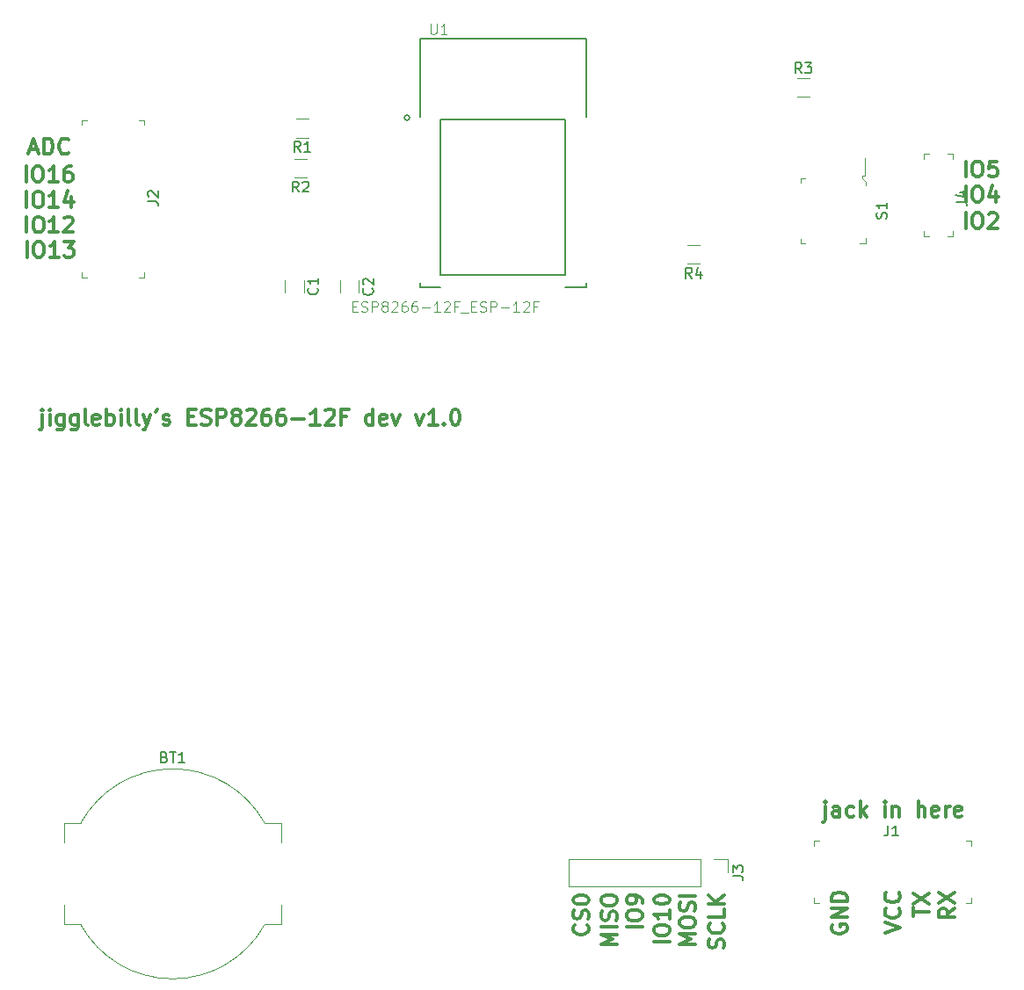
<source format=gbr>
G04 #@! TF.GenerationSoftware,KiCad,Pcbnew,(5.1.2)-1*
G04 #@! TF.CreationDate,2019-07-16T22:17:39-05:00*
G04 #@! TF.ProjectId,8266-dev,38323636-2d64-4657-962e-6b696361645f,rev?*
G04 #@! TF.SameCoordinates,Original*
G04 #@! TF.FileFunction,Legend,Top*
G04 #@! TF.FilePolarity,Positive*
%FSLAX46Y46*%
G04 Gerber Fmt 4.6, Leading zero omitted, Abs format (unit mm)*
G04 Created by KiCad (PCBNEW (5.1.2)-1) date 2019-07-16 22:17:39*
%MOMM*%
%LPD*%
G04 APERTURE LIST*
%ADD10C,0.300000*%
%ADD11C,0.120000*%
%ADD12C,0.100000*%
%ADD13C,0.127000*%
%ADD14C,0.150000*%
%ADD15C,0.050000*%
G04 APERTURE END LIST*
D10*
X-44912628Y9018388D02*
X-44912628Y7732674D01*
X-44984057Y7589817D01*
X-45126914Y7518388D01*
X-45198342Y7518388D01*
X-44912628Y9518388D02*
X-44984057Y9446960D01*
X-44912628Y9375531D01*
X-44841200Y9446960D01*
X-44912628Y9518388D01*
X-44912628Y9375531D01*
X-44198342Y8018388D02*
X-44198342Y9018388D01*
X-44198342Y9518388D02*
X-44269771Y9446960D01*
X-44198342Y9375531D01*
X-44126914Y9446960D01*
X-44198342Y9518388D01*
X-44198342Y9375531D01*
X-42841200Y9018388D02*
X-42841200Y7804102D01*
X-42912628Y7661245D01*
X-42984057Y7589817D01*
X-43126914Y7518388D01*
X-43341200Y7518388D01*
X-43484057Y7589817D01*
X-42841200Y8089817D02*
X-42984057Y8018388D01*
X-43269771Y8018388D01*
X-43412628Y8089817D01*
X-43484057Y8161245D01*
X-43555485Y8304102D01*
X-43555485Y8732674D01*
X-43484057Y8875531D01*
X-43412628Y8946960D01*
X-43269771Y9018388D01*
X-42984057Y9018388D01*
X-42841200Y8946960D01*
X-41484057Y9018388D02*
X-41484057Y7804102D01*
X-41555485Y7661245D01*
X-41626914Y7589817D01*
X-41769771Y7518388D01*
X-41984057Y7518388D01*
X-42126914Y7589817D01*
X-41484057Y8089817D02*
X-41626914Y8018388D01*
X-41912628Y8018388D01*
X-42055485Y8089817D01*
X-42126914Y8161245D01*
X-42198342Y8304102D01*
X-42198342Y8732674D01*
X-42126914Y8875531D01*
X-42055485Y8946960D01*
X-41912628Y9018388D01*
X-41626914Y9018388D01*
X-41484057Y8946960D01*
X-40555485Y8018388D02*
X-40698342Y8089817D01*
X-40769771Y8232674D01*
X-40769771Y9518388D01*
X-39412628Y8089817D02*
X-39555485Y8018388D01*
X-39841200Y8018388D01*
X-39984057Y8089817D01*
X-40055485Y8232674D01*
X-40055485Y8804102D01*
X-39984057Y8946960D01*
X-39841200Y9018388D01*
X-39555485Y9018388D01*
X-39412628Y8946960D01*
X-39341200Y8804102D01*
X-39341200Y8661245D01*
X-40055485Y8518388D01*
X-38698342Y8018388D02*
X-38698342Y9518388D01*
X-38698342Y8946960D02*
X-38555485Y9018388D01*
X-38269771Y9018388D01*
X-38126914Y8946960D01*
X-38055485Y8875531D01*
X-37984057Y8732674D01*
X-37984057Y8304102D01*
X-38055485Y8161245D01*
X-38126914Y8089817D01*
X-38269771Y8018388D01*
X-38555485Y8018388D01*
X-38698342Y8089817D01*
X-37341200Y8018388D02*
X-37341200Y9018388D01*
X-37341200Y9518388D02*
X-37412628Y9446960D01*
X-37341200Y9375531D01*
X-37269771Y9446960D01*
X-37341200Y9518388D01*
X-37341200Y9375531D01*
X-36412628Y8018388D02*
X-36555485Y8089817D01*
X-36626914Y8232674D01*
X-36626914Y9518388D01*
X-35626914Y8018388D02*
X-35769771Y8089817D01*
X-35841200Y8232674D01*
X-35841200Y9518388D01*
X-35198342Y9018388D02*
X-34841200Y8018388D01*
X-34484057Y9018388D02*
X-34841200Y8018388D01*
X-34984057Y7661245D01*
X-35055485Y7589817D01*
X-35198342Y7518388D01*
X-33841200Y9518388D02*
X-33984057Y9232674D01*
X-33269771Y8089817D02*
X-33126914Y8018388D01*
X-32841200Y8018388D01*
X-32698342Y8089817D01*
X-32626914Y8232674D01*
X-32626914Y8304102D01*
X-32698342Y8446960D01*
X-32841200Y8518388D01*
X-33055485Y8518388D01*
X-33198342Y8589817D01*
X-33269771Y8732674D01*
X-33269771Y8804102D01*
X-33198342Y8946960D01*
X-33055485Y9018388D01*
X-32841200Y9018388D01*
X-32698342Y8946960D01*
X-30841200Y8804102D02*
X-30341200Y8804102D01*
X-30126914Y8018388D02*
X-30841200Y8018388D01*
X-30841200Y9518388D01*
X-30126914Y9518388D01*
X-29555485Y8089817D02*
X-29341200Y8018388D01*
X-28984057Y8018388D01*
X-28841200Y8089817D01*
X-28769771Y8161245D01*
X-28698342Y8304102D01*
X-28698342Y8446960D01*
X-28769771Y8589817D01*
X-28841200Y8661245D01*
X-28984057Y8732674D01*
X-29269771Y8804102D01*
X-29412628Y8875531D01*
X-29484057Y8946960D01*
X-29555485Y9089817D01*
X-29555485Y9232674D01*
X-29484057Y9375531D01*
X-29412628Y9446960D01*
X-29269771Y9518388D01*
X-28912628Y9518388D01*
X-28698342Y9446960D01*
X-28055485Y8018388D02*
X-28055485Y9518388D01*
X-27484057Y9518388D01*
X-27341200Y9446960D01*
X-27269771Y9375531D01*
X-27198342Y9232674D01*
X-27198342Y9018388D01*
X-27269771Y8875531D01*
X-27341200Y8804102D01*
X-27484057Y8732674D01*
X-28055485Y8732674D01*
X-26341200Y8875531D02*
X-26484057Y8946960D01*
X-26555485Y9018388D01*
X-26626914Y9161245D01*
X-26626914Y9232674D01*
X-26555485Y9375531D01*
X-26484057Y9446960D01*
X-26341200Y9518388D01*
X-26055485Y9518388D01*
X-25912628Y9446960D01*
X-25841200Y9375531D01*
X-25769771Y9232674D01*
X-25769771Y9161245D01*
X-25841200Y9018388D01*
X-25912628Y8946960D01*
X-26055485Y8875531D01*
X-26341200Y8875531D01*
X-26484057Y8804102D01*
X-26555485Y8732674D01*
X-26626914Y8589817D01*
X-26626914Y8304102D01*
X-26555485Y8161245D01*
X-26484057Y8089817D01*
X-26341200Y8018388D01*
X-26055485Y8018388D01*
X-25912628Y8089817D01*
X-25841200Y8161245D01*
X-25769771Y8304102D01*
X-25769771Y8589817D01*
X-25841200Y8732674D01*
X-25912628Y8804102D01*
X-26055485Y8875531D01*
X-25198342Y9375531D02*
X-25126914Y9446960D01*
X-24984057Y9518388D01*
X-24626914Y9518388D01*
X-24484057Y9446960D01*
X-24412628Y9375531D01*
X-24341200Y9232674D01*
X-24341200Y9089817D01*
X-24412628Y8875531D01*
X-25269771Y8018388D01*
X-24341200Y8018388D01*
X-23055485Y9518388D02*
X-23341200Y9518388D01*
X-23484057Y9446960D01*
X-23555485Y9375531D01*
X-23698342Y9161245D01*
X-23769771Y8875531D01*
X-23769771Y8304102D01*
X-23698342Y8161245D01*
X-23626914Y8089817D01*
X-23484057Y8018388D01*
X-23198342Y8018388D01*
X-23055485Y8089817D01*
X-22984057Y8161245D01*
X-22912628Y8304102D01*
X-22912628Y8661245D01*
X-22984057Y8804102D01*
X-23055485Y8875531D01*
X-23198342Y8946960D01*
X-23484057Y8946960D01*
X-23626914Y8875531D01*
X-23698342Y8804102D01*
X-23769771Y8661245D01*
X-21626914Y9518388D02*
X-21912628Y9518388D01*
X-22055485Y9446960D01*
X-22126914Y9375531D01*
X-22269771Y9161245D01*
X-22341200Y8875531D01*
X-22341200Y8304102D01*
X-22269771Y8161245D01*
X-22198342Y8089817D01*
X-22055485Y8018388D01*
X-21769771Y8018388D01*
X-21626914Y8089817D01*
X-21555485Y8161245D01*
X-21484057Y8304102D01*
X-21484057Y8661245D01*
X-21555485Y8804102D01*
X-21626914Y8875531D01*
X-21769771Y8946960D01*
X-22055485Y8946960D01*
X-22198342Y8875531D01*
X-22269771Y8804102D01*
X-22341200Y8661245D01*
X-20841200Y8589817D02*
X-19698342Y8589817D01*
X-18198342Y8018388D02*
X-19055485Y8018388D01*
X-18626914Y8018388D02*
X-18626914Y9518388D01*
X-18769771Y9304102D01*
X-18912628Y9161245D01*
X-19055485Y9089817D01*
X-17626914Y9375531D02*
X-17555485Y9446960D01*
X-17412628Y9518388D01*
X-17055485Y9518388D01*
X-16912628Y9446960D01*
X-16841200Y9375531D01*
X-16769771Y9232674D01*
X-16769771Y9089817D01*
X-16841200Y8875531D01*
X-17698342Y8018388D01*
X-16769771Y8018388D01*
X-15626914Y8804102D02*
X-16126914Y8804102D01*
X-16126914Y8018388D02*
X-16126914Y9518388D01*
X-15412628Y9518388D01*
X-13055485Y8018388D02*
X-13055485Y9518388D01*
X-13055485Y8089817D02*
X-13198342Y8018388D01*
X-13484057Y8018388D01*
X-13626914Y8089817D01*
X-13698342Y8161245D01*
X-13769771Y8304102D01*
X-13769771Y8732674D01*
X-13698342Y8875531D01*
X-13626914Y8946960D01*
X-13484057Y9018388D01*
X-13198342Y9018388D01*
X-13055485Y8946960D01*
X-11769771Y8089817D02*
X-11912628Y8018388D01*
X-12198342Y8018388D01*
X-12341200Y8089817D01*
X-12412628Y8232674D01*
X-12412628Y8804102D01*
X-12341200Y8946960D01*
X-12198342Y9018388D01*
X-11912628Y9018388D01*
X-11769771Y8946960D01*
X-11698342Y8804102D01*
X-11698342Y8661245D01*
X-12412628Y8518388D01*
X-11198342Y9018388D02*
X-10841200Y8018388D01*
X-10484057Y9018388D01*
X-8912628Y9018388D02*
X-8555485Y8018388D01*
X-8198342Y9018388D01*
X-6841200Y8018388D02*
X-7698342Y8018388D01*
X-7269771Y8018388D02*
X-7269771Y9518388D01*
X-7412628Y9304102D01*
X-7555485Y9161245D01*
X-7698342Y9089817D01*
X-6198342Y8161245D02*
X-6126914Y8089817D01*
X-6198342Y8018388D01*
X-6269771Y8089817D01*
X-6198342Y8161245D01*
X-6198342Y8018388D01*
X-5198342Y9518388D02*
X-5055485Y9518388D01*
X-4912628Y9446960D01*
X-4841200Y9375531D01*
X-4769771Y9232674D01*
X-4698342Y8946960D01*
X-4698342Y8589817D01*
X-4769771Y8304102D01*
X-4841200Y8161245D01*
X-4912628Y8089817D01*
X-5055485Y8018388D01*
X-5198342Y8018388D01*
X-5341200Y8089817D01*
X-5412628Y8161245D01*
X-5484057Y8304102D01*
X-5555485Y8589817D01*
X-5555485Y8946960D01*
X-5484057Y9232674D01*
X-5412628Y9375531D01*
X-5341200Y9446960D01*
X-5198342Y9518388D01*
X20701082Y-42421334D02*
X20772511Y-42207048D01*
X20772511Y-41849905D01*
X20701082Y-41707048D01*
X20629654Y-41635620D01*
X20486797Y-41564191D01*
X20343940Y-41564191D01*
X20201082Y-41635620D01*
X20129654Y-41707048D01*
X20058225Y-41849905D01*
X19986797Y-42135620D01*
X19915368Y-42278477D01*
X19843940Y-42349905D01*
X19701082Y-42421334D01*
X19558225Y-42421334D01*
X19415368Y-42349905D01*
X19343940Y-42278477D01*
X19272511Y-42135620D01*
X19272511Y-41778477D01*
X19343940Y-41564191D01*
X20629654Y-40064191D02*
X20701082Y-40135620D01*
X20772511Y-40349905D01*
X20772511Y-40492762D01*
X20701082Y-40707048D01*
X20558225Y-40849905D01*
X20415368Y-40921334D01*
X20129654Y-40992762D01*
X19915368Y-40992762D01*
X19629654Y-40921334D01*
X19486797Y-40849905D01*
X19343940Y-40707048D01*
X19272511Y-40492762D01*
X19272511Y-40349905D01*
X19343940Y-40135620D01*
X19415368Y-40064191D01*
X20772511Y-38707048D02*
X20772511Y-39421334D01*
X19272511Y-39421334D01*
X20772511Y-38207048D02*
X19272511Y-38207048D01*
X20772511Y-37349905D02*
X19915368Y-37992762D01*
X19272511Y-37349905D02*
X20129654Y-38207048D01*
X18003911Y-42077662D02*
X16503911Y-42077662D01*
X17575340Y-41577662D01*
X16503911Y-41077662D01*
X18003911Y-41077662D01*
X16503911Y-40077662D02*
X16503911Y-39791948D01*
X16575340Y-39649091D01*
X16718197Y-39506234D01*
X17003911Y-39434805D01*
X17503911Y-39434805D01*
X17789625Y-39506234D01*
X17932482Y-39649091D01*
X18003911Y-39791948D01*
X18003911Y-40077662D01*
X17932482Y-40220520D01*
X17789625Y-40363377D01*
X17503911Y-40434805D01*
X17003911Y-40434805D01*
X16718197Y-40363377D01*
X16575340Y-40220520D01*
X16503911Y-40077662D01*
X17932482Y-38863377D02*
X18003911Y-38649091D01*
X18003911Y-38291948D01*
X17932482Y-38149091D01*
X17861054Y-38077662D01*
X17718197Y-38006234D01*
X17575340Y-38006234D01*
X17432482Y-38077662D01*
X17361054Y-38149091D01*
X17289625Y-38291948D01*
X17218197Y-38577662D01*
X17146768Y-38720520D01*
X17075340Y-38791948D01*
X16932482Y-38863377D01*
X16789625Y-38863377D01*
X16646768Y-38791948D01*
X16575340Y-38720520D01*
X16503911Y-38577662D01*
X16503911Y-38220520D01*
X16575340Y-38006234D01*
X18003911Y-37363377D02*
X16503911Y-37363377D01*
X15519791Y-41833205D02*
X14019791Y-41833205D01*
X14019791Y-40833205D02*
X14019791Y-40547491D01*
X14091220Y-40404634D01*
X14234077Y-40261777D01*
X14519791Y-40190348D01*
X15019791Y-40190348D01*
X15305505Y-40261777D01*
X15448362Y-40404634D01*
X15519791Y-40547491D01*
X15519791Y-40833205D01*
X15448362Y-40976062D01*
X15305505Y-41118920D01*
X15019791Y-41190348D01*
X14519791Y-41190348D01*
X14234077Y-41118920D01*
X14091220Y-40976062D01*
X14019791Y-40833205D01*
X15519791Y-38761777D02*
X15519791Y-39618920D01*
X15519791Y-39190348D02*
X14019791Y-39190348D01*
X14234077Y-39333205D01*
X14376934Y-39476062D01*
X14448362Y-39618920D01*
X14019791Y-37833205D02*
X14019791Y-37690348D01*
X14091220Y-37547491D01*
X14162648Y-37476062D01*
X14305505Y-37404634D01*
X14591220Y-37333205D01*
X14948362Y-37333205D01*
X15234077Y-37404634D01*
X15376934Y-37476062D01*
X15448362Y-37547491D01*
X15519791Y-37690348D01*
X15519791Y-37833205D01*
X15448362Y-37976062D01*
X15376934Y-38047491D01*
X15234077Y-38118920D01*
X14948362Y-38190348D01*
X14591220Y-38190348D01*
X14305505Y-38118920D01*
X14162648Y-38047491D01*
X14091220Y-37976062D01*
X14019791Y-37833205D01*
X12873111Y-40402640D02*
X11373111Y-40402640D01*
X11373111Y-39402640D02*
X11373111Y-39116925D01*
X11444540Y-38974068D01*
X11587397Y-38831211D01*
X11873111Y-38759782D01*
X12373111Y-38759782D01*
X12658825Y-38831211D01*
X12801682Y-38974068D01*
X12873111Y-39116925D01*
X12873111Y-39402640D01*
X12801682Y-39545497D01*
X12658825Y-39688354D01*
X12373111Y-39759782D01*
X11873111Y-39759782D01*
X11587397Y-39688354D01*
X11444540Y-39545497D01*
X11373111Y-39402640D01*
X12873111Y-38045497D02*
X12873111Y-37759782D01*
X12801682Y-37616925D01*
X12730254Y-37545497D01*
X12515968Y-37402640D01*
X12230254Y-37331211D01*
X11658825Y-37331211D01*
X11515968Y-37402640D01*
X11444540Y-37474068D01*
X11373111Y-37616925D01*
X11373111Y-37902640D01*
X11444540Y-38045497D01*
X11515968Y-38116925D01*
X11658825Y-38188354D01*
X12015968Y-38188354D01*
X12158825Y-38116925D01*
X12230254Y-38045497D01*
X12301682Y-37902640D01*
X12301682Y-37616925D01*
X12230254Y-37474068D01*
X12158825Y-37402640D01*
X12015968Y-37331211D01*
X10439791Y-42092902D02*
X8939791Y-42092902D01*
X10011220Y-41592902D01*
X8939791Y-41092902D01*
X10439791Y-41092902D01*
X10439791Y-40378617D02*
X8939791Y-40378617D01*
X10368362Y-39735760D02*
X10439791Y-39521474D01*
X10439791Y-39164331D01*
X10368362Y-39021474D01*
X10296934Y-38950045D01*
X10154077Y-38878617D01*
X10011220Y-38878617D01*
X9868362Y-38950045D01*
X9796934Y-39021474D01*
X9725505Y-39164331D01*
X9654077Y-39450045D01*
X9582648Y-39592902D01*
X9511220Y-39664331D01*
X9368362Y-39735760D01*
X9225505Y-39735760D01*
X9082648Y-39664331D01*
X9011220Y-39592902D01*
X8939791Y-39450045D01*
X8939791Y-39092902D01*
X9011220Y-38878617D01*
X8939791Y-37950045D02*
X8939791Y-37664331D01*
X9011220Y-37521474D01*
X9154077Y-37378617D01*
X9439791Y-37307188D01*
X9939791Y-37307188D01*
X10225505Y-37378617D01*
X10368362Y-37521474D01*
X10439791Y-37664331D01*
X10439791Y-37950045D01*
X10368362Y-38092902D01*
X10225505Y-38235760D01*
X9939791Y-38307188D01*
X9439791Y-38307188D01*
X9154077Y-38235760D01*
X9011220Y-38092902D01*
X8939791Y-37950045D01*
X7596914Y-40202205D02*
X7668342Y-40273634D01*
X7739771Y-40487920D01*
X7739771Y-40630777D01*
X7668342Y-40845062D01*
X7525485Y-40987920D01*
X7382628Y-41059348D01*
X7096914Y-41130777D01*
X6882628Y-41130777D01*
X6596914Y-41059348D01*
X6454057Y-40987920D01*
X6311200Y-40845062D01*
X6239771Y-40630777D01*
X6239771Y-40487920D01*
X6311200Y-40273634D01*
X6382628Y-40202205D01*
X7668342Y-39630777D02*
X7739771Y-39416491D01*
X7739771Y-39059348D01*
X7668342Y-38916491D01*
X7596914Y-38845062D01*
X7454057Y-38773634D01*
X7311200Y-38773634D01*
X7168342Y-38845062D01*
X7096914Y-38916491D01*
X7025485Y-39059348D01*
X6954057Y-39345062D01*
X6882628Y-39487920D01*
X6811200Y-39559348D01*
X6668342Y-39630777D01*
X6525485Y-39630777D01*
X6382628Y-39559348D01*
X6311200Y-39487920D01*
X6239771Y-39345062D01*
X6239771Y-38987920D01*
X6311200Y-38773634D01*
X6239771Y-37845062D02*
X6239771Y-37702205D01*
X6311200Y-37559348D01*
X6382628Y-37487920D01*
X6525485Y-37416491D01*
X6811200Y-37345062D01*
X7168342Y-37345062D01*
X7454057Y-37416491D01*
X7596914Y-37487920D01*
X7668342Y-37559348D01*
X7739771Y-37702205D01*
X7739771Y-37845062D01*
X7668342Y-37987920D01*
X7596914Y-38059348D01*
X7454057Y-38130777D01*
X7168342Y-38202205D01*
X6811200Y-38202205D01*
X6525485Y-38130777D01*
X6382628Y-38059348D01*
X6311200Y-37987920D01*
X6239771Y-37845062D01*
X44024420Y26951548D02*
X44024420Y28451548D01*
X45024420Y28451548D02*
X45310134Y28451548D01*
X45452991Y28380120D01*
X45595848Y28237262D01*
X45667277Y27951548D01*
X45667277Y27451548D01*
X45595848Y27165834D01*
X45452991Y27022977D01*
X45310134Y26951548D01*
X45024420Y26951548D01*
X44881562Y27022977D01*
X44738705Y27165834D01*
X44667277Y27451548D01*
X44667277Y27951548D01*
X44738705Y28237262D01*
X44881562Y28380120D01*
X45024420Y28451548D01*
X46238705Y28308691D02*
X46310134Y28380120D01*
X46452991Y28451548D01*
X46810134Y28451548D01*
X46952991Y28380120D01*
X47024420Y28308691D01*
X47095848Y28165834D01*
X47095848Y28022977D01*
X47024420Y27808691D01*
X46167277Y26951548D01*
X47095848Y26951548D01*
X44024420Y29494088D02*
X44024420Y30994088D01*
X45024420Y30994088D02*
X45310134Y30994088D01*
X45452991Y30922660D01*
X45595848Y30779802D01*
X45667277Y30494088D01*
X45667277Y29994088D01*
X45595848Y29708374D01*
X45452991Y29565517D01*
X45310134Y29494088D01*
X45024420Y29494088D01*
X44881562Y29565517D01*
X44738705Y29708374D01*
X44667277Y29994088D01*
X44667277Y30494088D01*
X44738705Y30779802D01*
X44881562Y30922660D01*
X45024420Y30994088D01*
X46952991Y30494088D02*
X46952991Y29494088D01*
X46595848Y31065517D02*
X46238705Y29994088D01*
X47167277Y29994088D01*
X44024420Y31917248D02*
X44024420Y33417248D01*
X45024420Y33417248D02*
X45310134Y33417248D01*
X45452991Y33345820D01*
X45595848Y33202962D01*
X45667277Y32917248D01*
X45667277Y32417248D01*
X45595848Y32131534D01*
X45452991Y31988677D01*
X45310134Y31917248D01*
X45024420Y31917248D01*
X44881562Y31988677D01*
X44738705Y32131534D01*
X44667277Y32417248D01*
X44667277Y32917248D01*
X44738705Y33202962D01*
X44881562Y33345820D01*
X45024420Y33417248D01*
X47024420Y33417248D02*
X46310134Y33417248D01*
X46238705Y32702962D01*
X46310134Y32774391D01*
X46452991Y32845820D01*
X46810134Y32845820D01*
X46952991Y32774391D01*
X47024420Y32702962D01*
X47095848Y32560105D01*
X47095848Y32202962D01*
X47024420Y32060105D01*
X46952991Y31988677D01*
X46810134Y31917248D01*
X46452991Y31917248D01*
X46310134Y31988677D01*
X46238705Y32060105D01*
X-46397585Y24147388D02*
X-46397585Y25647388D01*
X-45397585Y25647388D02*
X-45111871Y25647388D01*
X-44969014Y25575960D01*
X-44826157Y25433102D01*
X-44754728Y25147388D01*
X-44754728Y24647388D01*
X-44826157Y24361674D01*
X-44969014Y24218817D01*
X-45111871Y24147388D01*
X-45397585Y24147388D01*
X-45540442Y24218817D01*
X-45683300Y24361674D01*
X-45754728Y24647388D01*
X-45754728Y25147388D01*
X-45683300Y25433102D01*
X-45540442Y25575960D01*
X-45397585Y25647388D01*
X-43326157Y24147388D02*
X-44183300Y24147388D01*
X-43754728Y24147388D02*
X-43754728Y25647388D01*
X-43897585Y25433102D01*
X-44040442Y25290245D01*
X-44183300Y25218817D01*
X-42826157Y25647388D02*
X-41897585Y25647388D01*
X-42397585Y25075960D01*
X-42183300Y25075960D01*
X-42040442Y25004531D01*
X-41969014Y24933102D01*
X-41897585Y24790245D01*
X-41897585Y24433102D01*
X-41969014Y24290245D01*
X-42040442Y24218817D01*
X-42183300Y24147388D01*
X-42611871Y24147388D01*
X-42754728Y24218817D01*
X-42826157Y24290245D01*
X-46428065Y26565468D02*
X-46428065Y28065468D01*
X-45428065Y28065468D02*
X-45142351Y28065468D01*
X-44999494Y27994040D01*
X-44856637Y27851182D01*
X-44785208Y27565468D01*
X-44785208Y27065468D01*
X-44856637Y26779754D01*
X-44999494Y26636897D01*
X-45142351Y26565468D01*
X-45428065Y26565468D01*
X-45570922Y26636897D01*
X-45713780Y26779754D01*
X-45785208Y27065468D01*
X-45785208Y27565468D01*
X-45713780Y27851182D01*
X-45570922Y27994040D01*
X-45428065Y28065468D01*
X-43356637Y26565468D02*
X-44213780Y26565468D01*
X-43785208Y26565468D02*
X-43785208Y28065468D01*
X-43928065Y27851182D01*
X-44070922Y27708325D01*
X-44213780Y27636897D01*
X-42785208Y27922611D02*
X-42713780Y27994040D01*
X-42570922Y28065468D01*
X-42213780Y28065468D01*
X-42070922Y27994040D01*
X-41999494Y27922611D01*
X-41928065Y27779754D01*
X-41928065Y27636897D01*
X-41999494Y27422611D01*
X-42856637Y26565468D01*
X-41928065Y26565468D01*
X-46448385Y28983548D02*
X-46448385Y30483548D01*
X-45448385Y30483548D02*
X-45162671Y30483548D01*
X-45019814Y30412120D01*
X-44876957Y30269262D01*
X-44805528Y29983548D01*
X-44805528Y29483548D01*
X-44876957Y29197834D01*
X-45019814Y29054977D01*
X-45162671Y28983548D01*
X-45448385Y28983548D01*
X-45591242Y29054977D01*
X-45734100Y29197834D01*
X-45805528Y29483548D01*
X-45805528Y29983548D01*
X-45734100Y30269262D01*
X-45591242Y30412120D01*
X-45448385Y30483548D01*
X-43376957Y28983548D02*
X-44234100Y28983548D01*
X-43805528Y28983548D02*
X-43805528Y30483548D01*
X-43948385Y30269262D01*
X-44091242Y30126405D01*
X-44234100Y30054977D01*
X-42091242Y29983548D02*
X-42091242Y28983548D01*
X-42448385Y30554977D02*
X-42805528Y29483548D01*
X-41876957Y29483548D01*
X-46483945Y31432108D02*
X-46483945Y32932108D01*
X-45483945Y32932108D02*
X-45198231Y32932108D01*
X-45055374Y32860680D01*
X-44912517Y32717822D01*
X-44841088Y32432108D01*
X-44841088Y31932108D01*
X-44912517Y31646394D01*
X-45055374Y31503537D01*
X-45198231Y31432108D01*
X-45483945Y31432108D01*
X-45626802Y31503537D01*
X-45769660Y31646394D01*
X-45841088Y31932108D01*
X-45841088Y32432108D01*
X-45769660Y32717822D01*
X-45626802Y32860680D01*
X-45483945Y32932108D01*
X-43412517Y31432108D02*
X-44269660Y31432108D01*
X-43841088Y31432108D02*
X-43841088Y32932108D01*
X-43983945Y32717822D01*
X-44126802Y32574965D01*
X-44269660Y32503537D01*
X-42126802Y32932108D02*
X-42412517Y32932108D01*
X-42555374Y32860680D01*
X-42626802Y32789251D01*
X-42769660Y32574965D01*
X-42841088Y32289251D01*
X-42841088Y31717822D01*
X-42769660Y31574965D01*
X-42698231Y31503537D01*
X-42555374Y31432108D01*
X-42269660Y31432108D01*
X-42126802Y31503537D01*
X-42055374Y31574965D01*
X-41983945Y31717822D01*
X-41983945Y32074965D01*
X-42055374Y32217822D01*
X-42126802Y32289251D01*
X-42269660Y32360680D01*
X-42555374Y32360680D01*
X-42698231Y32289251D01*
X-42769660Y32217822D01*
X-42841088Y32074965D01*
X-46098862Y34537840D02*
X-45384577Y34537840D01*
X-46241720Y34109268D02*
X-45741720Y35609268D01*
X-45241720Y34109268D01*
X-44741720Y34109268D02*
X-44741720Y35609268D01*
X-44384577Y35609268D01*
X-44170291Y35537840D01*
X-44027434Y35394982D01*
X-43956005Y35252125D01*
X-43884577Y34966411D01*
X-43884577Y34752125D01*
X-43956005Y34466411D01*
X-44027434Y34323554D01*
X-44170291Y34180697D01*
X-44384577Y34109268D01*
X-44741720Y34109268D01*
X-42384577Y34252125D02*
X-42456005Y34180697D01*
X-42670291Y34109268D01*
X-42813148Y34109268D01*
X-43027434Y34180697D01*
X-43170291Y34323554D01*
X-43241720Y34466411D01*
X-43313148Y34752125D01*
X-43313148Y34966411D01*
X-43241720Y35252125D01*
X-43170291Y35394982D01*
X-43027434Y35537840D01*
X-42813148Y35609268D01*
X-42670291Y35609268D01*
X-42456005Y35537840D01*
X-42384577Y35466411D01*
X42972111Y-38593840D02*
X42257825Y-39093840D01*
X42972111Y-39450982D02*
X41472111Y-39450982D01*
X41472111Y-38879554D01*
X41543540Y-38736697D01*
X41614968Y-38665268D01*
X41757825Y-38593840D01*
X41972111Y-38593840D01*
X42114968Y-38665268D01*
X42186397Y-38736697D01*
X42257825Y-38879554D01*
X42257825Y-39450982D01*
X41472111Y-38093840D02*
X42972111Y-37093840D01*
X41472111Y-37093840D02*
X42972111Y-38093840D01*
X39008311Y-39385097D02*
X39008311Y-38527954D01*
X40508311Y-38956525D02*
X39008311Y-38956525D01*
X39008311Y-38170811D02*
X40508311Y-37170811D01*
X39008311Y-37170811D02*
X40508311Y-38170811D01*
X36239711Y-40948360D02*
X37739711Y-40448360D01*
X36239711Y-39948360D01*
X37596854Y-38591217D02*
X37668282Y-38662645D01*
X37739711Y-38876931D01*
X37739711Y-39019788D01*
X37668282Y-39234074D01*
X37525425Y-39376931D01*
X37382568Y-39448360D01*
X37096854Y-39519788D01*
X36882568Y-39519788D01*
X36596854Y-39448360D01*
X36453997Y-39376931D01*
X36311140Y-39234074D01*
X36239711Y-39019788D01*
X36239711Y-38876931D01*
X36311140Y-38662645D01*
X36382568Y-38591217D01*
X37596854Y-37091217D02*
X37668282Y-37162645D01*
X37739711Y-37376931D01*
X37739711Y-37519788D01*
X37668282Y-37734074D01*
X37525425Y-37876931D01*
X37382568Y-37948360D01*
X37096854Y-38019788D01*
X36882568Y-38019788D01*
X36596854Y-37948360D01*
X36453997Y-37876931D01*
X36311140Y-37734074D01*
X36239711Y-37519788D01*
X36239711Y-37376931D01*
X36311140Y-37162645D01*
X36382568Y-37091217D01*
X31177800Y-40190277D02*
X31106371Y-40333134D01*
X31106371Y-40547420D01*
X31177800Y-40761705D01*
X31320657Y-40904562D01*
X31463514Y-40975991D01*
X31749228Y-41047420D01*
X31963514Y-41047420D01*
X32249228Y-40975991D01*
X32392085Y-40904562D01*
X32534942Y-40761705D01*
X32606371Y-40547420D01*
X32606371Y-40404562D01*
X32534942Y-40190277D01*
X32463514Y-40118848D01*
X31963514Y-40118848D01*
X31963514Y-40404562D01*
X32606371Y-39475991D02*
X31106371Y-39475991D01*
X32606371Y-38618848D01*
X31106371Y-38618848D01*
X32606371Y-37904562D02*
X31106371Y-37904562D01*
X31106371Y-37547420D01*
X31177800Y-37333134D01*
X31320657Y-37190277D01*
X31463514Y-37118848D01*
X31749228Y-37047420D01*
X31963514Y-37047420D01*
X32249228Y-37118848D01*
X32392085Y-37190277D01*
X32534942Y-37333134D01*
X32606371Y-37547420D01*
X32606371Y-37904562D01*
X30538125Y-28756491D02*
X30538125Y-30042205D01*
X30466697Y-30185062D01*
X30323840Y-30256491D01*
X30252411Y-30256491D01*
X30538125Y-28256491D02*
X30466697Y-28327920D01*
X30538125Y-28399348D01*
X30609554Y-28327920D01*
X30538125Y-28256491D01*
X30538125Y-28399348D01*
X31895268Y-29756491D02*
X31895268Y-28970777D01*
X31823840Y-28827920D01*
X31680982Y-28756491D01*
X31395268Y-28756491D01*
X31252411Y-28827920D01*
X31895268Y-29685062D02*
X31752411Y-29756491D01*
X31395268Y-29756491D01*
X31252411Y-29685062D01*
X31180982Y-29542205D01*
X31180982Y-29399348D01*
X31252411Y-29256491D01*
X31395268Y-29185062D01*
X31752411Y-29185062D01*
X31895268Y-29113634D01*
X33252411Y-29685062D02*
X33109554Y-29756491D01*
X32823840Y-29756491D01*
X32680982Y-29685062D01*
X32609554Y-29613634D01*
X32538125Y-29470777D01*
X32538125Y-29042205D01*
X32609554Y-28899348D01*
X32680982Y-28827920D01*
X32823840Y-28756491D01*
X33109554Y-28756491D01*
X33252411Y-28827920D01*
X33895268Y-29756491D02*
X33895268Y-28256491D01*
X34038125Y-29185062D02*
X34466697Y-29756491D01*
X34466697Y-28756491D02*
X33895268Y-29327920D01*
X36252411Y-29756491D02*
X36252411Y-28756491D01*
X36252411Y-28256491D02*
X36180982Y-28327920D01*
X36252411Y-28399348D01*
X36323840Y-28327920D01*
X36252411Y-28256491D01*
X36252411Y-28399348D01*
X36966697Y-28756491D02*
X36966697Y-29756491D01*
X36966697Y-28899348D02*
X37038125Y-28827920D01*
X37180982Y-28756491D01*
X37395268Y-28756491D01*
X37538125Y-28827920D01*
X37609554Y-28970777D01*
X37609554Y-29756491D01*
X39466697Y-29756491D02*
X39466697Y-28256491D01*
X40109554Y-29756491D02*
X40109554Y-28970777D01*
X40038125Y-28827920D01*
X39895268Y-28756491D01*
X39680982Y-28756491D01*
X39538125Y-28827920D01*
X39466697Y-28899348D01*
X41395268Y-29685062D02*
X41252411Y-29756491D01*
X40966697Y-29756491D01*
X40823840Y-29685062D01*
X40752411Y-29542205D01*
X40752411Y-28970777D01*
X40823840Y-28827920D01*
X40966697Y-28756491D01*
X41252411Y-28756491D01*
X41395268Y-28827920D01*
X41466697Y-28970777D01*
X41466697Y-29113634D01*
X40752411Y-29256491D01*
X42109554Y-29756491D02*
X42109554Y-28756491D01*
X42109554Y-29042205D02*
X42180982Y-28899348D01*
X42252411Y-28827920D01*
X42395268Y-28756491D01*
X42538125Y-28756491D01*
X43609554Y-29685062D02*
X43466697Y-29756491D01*
X43180982Y-29756491D01*
X43038125Y-29685062D01*
X42966697Y-29542205D01*
X42966697Y-28970777D01*
X43038125Y-28827920D01*
X43180982Y-28756491D01*
X43466697Y-28756491D01*
X43609554Y-28827920D01*
X43680982Y-28970777D01*
X43680982Y-29113634D01*
X42966697Y-29256491D01*
D11*
X-42819440Y-30382900D02*
X-41212350Y-30382900D01*
X-42819440Y-32267900D02*
X-42819440Y-30382900D01*
X-21879440Y-32267900D02*
X-21879440Y-30382900D01*
X-42819440Y-38267900D02*
X-42819440Y-40152900D01*
X-21879440Y-38267900D02*
X-21879440Y-40152900D01*
X-21879440Y-30382900D02*
X-23486530Y-30382900D01*
X-42819440Y-40152900D02*
X-41212350Y-40152900D01*
X-21879440Y-40152900D02*
X-23486530Y-40152900D01*
X-41212350Y-30382900D02*
G75*
G02X-23486530Y-30382900I8862910J-4885000D01*
G01*
X-23484419Y-40149068D02*
G75*
G02X-41212350Y-40152900I-8865021J4881168D01*
G01*
X-19717340Y21970624D02*
X-19717340Y20766496D01*
X-21537340Y21970624D02*
X-21537340Y20766496D01*
X-19268816Y35704100D02*
X-20472944Y35704100D01*
X-19268816Y37524100D02*
X-20472944Y37524100D01*
X-19436456Y33650600D02*
X-20640584Y33650600D01*
X-19436456Y31830600D02*
X-20640584Y31830600D01*
X27789596Y39633480D02*
X28993724Y39633480D01*
X27789596Y41453480D02*
X28993724Y41453480D01*
X18427784Y23517180D02*
X17223656Y23517180D01*
X18427784Y25337180D02*
X17223656Y25337180D01*
D12*
X34412720Y31413500D02*
X34412720Y31113500D01*
X34412720Y31413500D02*
X34087720Y31763500D01*
X34087720Y31763500D02*
X34087720Y32063500D01*
X34087720Y32063500D02*
X34312720Y32063500D01*
X34312720Y32063500D02*
X34312720Y33713500D01*
X33862720Y25513500D02*
X34412720Y25513500D01*
X34412720Y25513500D02*
X34412720Y26013500D01*
X28162720Y31363500D02*
X28162720Y31763500D01*
X28162720Y31763500D02*
X28562720Y31763500D01*
X28537720Y25513500D02*
X28162720Y25513500D01*
X28162720Y25513500D02*
X28162720Y25888500D01*
D13*
X-6530860Y37470700D02*
X5469140Y37470700D01*
X5469140Y37470700D02*
X5469140Y22470700D01*
X5469140Y22470700D02*
X-6530860Y22470700D01*
X-6530860Y22470700D02*
X-6530860Y37470700D01*
X-8530860Y37730700D02*
X-8530860Y45230700D01*
X-8530860Y45230700D02*
X7469140Y45230700D01*
X7469140Y45230700D02*
X7469140Y37730700D01*
X-8530860Y21730700D02*
X-8530860Y21230700D01*
X-8530860Y21230700D02*
X-6530860Y21230700D01*
X7469140Y21730700D02*
X7469140Y21230700D01*
X7469140Y21230700D02*
X5469140Y21230700D01*
X-9530860Y37605700D02*
G75*
G03X-9530860Y37605700I-250000J0D01*
G01*
D12*
X44593840Y-32046920D02*
X44593840Y-32546920D01*
X44593840Y-32046920D02*
X44093840Y-32046920D01*
X44593840Y-38046920D02*
X44093840Y-38046920D01*
X44593840Y-38046920D02*
X44593840Y-37546920D01*
X29393840Y-32046920D02*
X29393840Y-32546920D01*
X29393840Y-32046920D02*
X29893840Y-32046920D01*
X29393840Y-38046920D02*
X29393840Y-37546920D01*
X29393840Y-38046920D02*
X29893840Y-38046920D01*
X-35100000Y22198000D02*
X-35600000Y22198000D01*
X-35100000Y22198000D02*
X-35100000Y22698000D01*
X-41100000Y22198000D02*
X-41100000Y22698000D01*
X-41100000Y22198000D02*
X-40600000Y22198000D01*
X-35100000Y37398000D02*
X-35600000Y37398000D01*
X-35100000Y37398000D02*
X-35100000Y36898000D01*
X-41100000Y37398000D02*
X-40600000Y37398000D01*
X-41100000Y37398000D02*
X-41100000Y36898000D01*
D11*
X5776920Y-33818520D02*
X5776920Y-36478520D01*
X18536920Y-33818520D02*
X5776920Y-33818520D01*
X18536920Y-36478520D02*
X5776920Y-36478520D01*
X18536920Y-33818520D02*
X18536920Y-36478520D01*
X19806920Y-33818520D02*
X21136920Y-33818520D01*
X21136920Y-33818520D02*
X21136920Y-35148520D01*
D12*
X40002000Y26207580D02*
X40502000Y26207580D01*
X40002000Y26207580D02*
X40002000Y26707580D01*
X40002000Y34107580D02*
X40002000Y33607580D01*
X40002000Y34107580D02*
X40502000Y34107580D01*
X42802000Y34107580D02*
X42302000Y34107580D01*
X42802000Y34107580D02*
X42802000Y33607580D01*
X42802000Y26207580D02*
X42302000Y26207580D01*
X42802000Y26207580D02*
X42802000Y26707580D01*
D11*
X-14401120Y21925364D02*
X-14401120Y20721236D01*
X-16221120Y21925364D02*
X-16221120Y20721236D01*
D14*
X-33135154Y-23996471D02*
X-32992297Y-24044090D01*
X-32944678Y-24091709D01*
X-32897059Y-24186947D01*
X-32897059Y-24329804D01*
X-32944678Y-24425042D01*
X-32992297Y-24472661D01*
X-33087535Y-24520280D01*
X-33468487Y-24520280D01*
X-33468487Y-23520280D01*
X-33135154Y-23520280D01*
X-33039916Y-23567900D01*
X-32992297Y-23615519D01*
X-32944678Y-23710757D01*
X-32944678Y-23805995D01*
X-32992297Y-23901233D01*
X-33039916Y-23948852D01*
X-33135154Y-23996471D01*
X-33468487Y-23996471D01*
X-32611344Y-23520280D02*
X-32039916Y-23520280D01*
X-32325630Y-24520280D02*
X-32325630Y-23520280D01*
X-31182773Y-24520280D02*
X-31754201Y-24520280D01*
X-31468487Y-24520280D02*
X-31468487Y-23520280D01*
X-31563725Y-23663138D01*
X-31658963Y-23758376D01*
X-31754201Y-23805995D01*
X-18450197Y21201893D02*
X-18402578Y21154274D01*
X-18354959Y21011417D01*
X-18354959Y20916179D01*
X-18402578Y20773321D01*
X-18497816Y20678083D01*
X-18593054Y20630464D01*
X-18783530Y20582845D01*
X-18926387Y20582845D01*
X-19116863Y20630464D01*
X-19212101Y20678083D01*
X-19307340Y20773321D01*
X-19354959Y20916179D01*
X-19354959Y21011417D01*
X-19307340Y21154274D01*
X-19259720Y21201893D01*
X-18354959Y22154274D02*
X-18354959Y21582845D01*
X-18354959Y21868560D02*
X-19354959Y21868560D01*
X-19212101Y21773321D01*
X-19116863Y21678083D01*
X-19069244Y21582845D01*
X-20037546Y34341719D02*
X-20370880Y34817909D01*
X-20608975Y34341719D02*
X-20608975Y35341719D01*
X-20228022Y35341719D01*
X-20132784Y35294100D01*
X-20085165Y35246480D01*
X-20037546Y35151242D01*
X-20037546Y35008385D01*
X-20085165Y34913147D01*
X-20132784Y34865528D01*
X-20228022Y34817909D01*
X-20608975Y34817909D01*
X-19085165Y34341719D02*
X-19656594Y34341719D01*
X-19370880Y34341719D02*
X-19370880Y35341719D01*
X-19466118Y35198861D01*
X-19561356Y35103623D01*
X-19656594Y35056004D01*
X-20205186Y30468219D02*
X-20538520Y30944409D01*
X-20776615Y30468219D02*
X-20776615Y31468219D01*
X-20395662Y31468219D01*
X-20300424Y31420600D01*
X-20252805Y31372980D01*
X-20205186Y31277742D01*
X-20205186Y31134885D01*
X-20252805Y31039647D01*
X-20300424Y30992028D01*
X-20395662Y30944409D01*
X-20776615Y30944409D01*
X-19824234Y31372980D02*
X-19776615Y31420600D01*
X-19681377Y31468219D01*
X-19443281Y31468219D01*
X-19348043Y31420600D01*
X-19300424Y31372980D01*
X-19252805Y31277742D01*
X-19252805Y31182504D01*
X-19300424Y31039647D01*
X-19871853Y30468219D01*
X-19252805Y30468219D01*
X28224993Y41911099D02*
X27891660Y42387289D01*
X27653564Y41911099D02*
X27653564Y42911099D01*
X28034517Y42911099D01*
X28129755Y42863480D01*
X28177374Y42815860D01*
X28224993Y42720622D01*
X28224993Y42577765D01*
X28177374Y42482527D01*
X28129755Y42434908D01*
X28034517Y42387289D01*
X27653564Y42387289D01*
X28558326Y42911099D02*
X29177374Y42911099D01*
X28844040Y42530146D01*
X28986898Y42530146D01*
X29082136Y42482527D01*
X29129755Y42434908D01*
X29177374Y42339670D01*
X29177374Y42101575D01*
X29129755Y42006337D01*
X29082136Y41958718D01*
X28986898Y41911099D01*
X28701183Y41911099D01*
X28605945Y41958718D01*
X28558326Y42006337D01*
X17659053Y22154799D02*
X17325720Y22630989D01*
X17087624Y22154799D02*
X17087624Y23154799D01*
X17468577Y23154799D01*
X17563815Y23107180D01*
X17611434Y23059560D01*
X17659053Y22964322D01*
X17659053Y22821465D01*
X17611434Y22726227D01*
X17563815Y22678608D01*
X17468577Y22630989D01*
X17087624Y22630989D01*
X18516196Y22821465D02*
X18516196Y22154799D01*
X18278100Y23202418D02*
X18040005Y22488132D01*
X18659053Y22488132D01*
X36382481Y27906595D02*
X36430100Y28049452D01*
X36430100Y28287547D01*
X36382481Y28382785D01*
X36334862Y28430404D01*
X36239624Y28478023D01*
X36144386Y28478023D01*
X36049148Y28430404D01*
X36001529Y28382785D01*
X35953910Y28287547D01*
X35906291Y28097071D01*
X35858672Y28001833D01*
X35811053Y27954214D01*
X35715815Y27906595D01*
X35620577Y27906595D01*
X35525339Y27954214D01*
X35477720Y28001833D01*
X35430100Y28097071D01*
X35430100Y28335166D01*
X35477720Y28478023D01*
X36430100Y29430404D02*
X36430100Y28858976D01*
X36430100Y29144690D02*
X35430100Y29144690D01*
X35572958Y29049452D01*
X35668196Y28954214D01*
X35715815Y28858976D01*
D15*
X-7508131Y46676340D02*
X-7508131Y45866193D01*
X-7460475Y45770882D01*
X-7412820Y45723226D01*
X-7317508Y45675570D01*
X-7126885Y45675570D01*
X-7031574Y45723226D01*
X-6983918Y45770882D01*
X-6936262Y45866193D01*
X-6936262Y46676340D01*
X-5935492Y45675570D02*
X-6507361Y45675570D01*
X-6221427Y45675570D02*
X-6221427Y46676340D01*
X-6316738Y46533373D01*
X-6412050Y46438062D01*
X-6507361Y46390406D01*
X-15024063Y19427595D02*
X-14690420Y19427595D01*
X-14547430Y18903298D02*
X-15024063Y18903298D01*
X-15024063Y19904228D01*
X-14547430Y19904228D01*
X-14166123Y18950961D02*
X-14023133Y18903298D01*
X-13784816Y18903298D01*
X-13689490Y18950961D01*
X-13641826Y18998625D01*
X-13594163Y19093951D01*
X-13594163Y19189278D01*
X-13641826Y19284605D01*
X-13689490Y19332268D01*
X-13784816Y19379931D01*
X-13975470Y19427595D01*
X-14070796Y19475258D01*
X-14118460Y19522921D01*
X-14166123Y19618248D01*
X-14166123Y19713575D01*
X-14118460Y19808901D01*
X-14070796Y19856565D01*
X-13975470Y19904228D01*
X-13737153Y19904228D01*
X-13594163Y19856565D01*
X-13165193Y18903298D02*
X-13165193Y19904228D01*
X-12783886Y19904228D01*
X-12688560Y19856565D01*
X-12640896Y19808901D01*
X-12593233Y19713575D01*
X-12593233Y19570585D01*
X-12640896Y19475258D01*
X-12688560Y19427595D01*
X-12783886Y19379931D01*
X-13165193Y19379931D01*
X-12021273Y19475258D02*
X-12116600Y19522921D01*
X-12164263Y19570585D01*
X-12211926Y19665911D01*
X-12211926Y19713575D01*
X-12164263Y19808901D01*
X-12116600Y19856565D01*
X-12021273Y19904228D01*
X-11830620Y19904228D01*
X-11735293Y19856565D01*
X-11687630Y19808901D01*
X-11639966Y19713575D01*
X-11639966Y19665911D01*
X-11687630Y19570585D01*
X-11735293Y19522921D01*
X-11830620Y19475258D01*
X-12021273Y19475258D01*
X-12116600Y19427595D01*
X-12164263Y19379931D01*
X-12211926Y19284605D01*
X-12211926Y19093951D01*
X-12164263Y18998625D01*
X-12116600Y18950961D01*
X-12021273Y18903298D01*
X-11830620Y18903298D01*
X-11735293Y18950961D01*
X-11687630Y18998625D01*
X-11639966Y19093951D01*
X-11639966Y19284605D01*
X-11687630Y19379931D01*
X-11735293Y19427595D01*
X-11830620Y19475258D01*
X-11258660Y19808901D02*
X-11210996Y19856565D01*
X-11115670Y19904228D01*
X-10877353Y19904228D01*
X-10782026Y19856565D01*
X-10734363Y19808901D01*
X-10686700Y19713575D01*
X-10686700Y19618248D01*
X-10734363Y19475258D01*
X-11306323Y18903298D01*
X-10686700Y18903298D01*
X-9828760Y19904228D02*
X-10019413Y19904228D01*
X-10114740Y19856565D01*
X-10162403Y19808901D01*
X-10257730Y19665911D01*
X-10305393Y19475258D01*
X-10305393Y19093951D01*
X-10257730Y18998625D01*
X-10210066Y18950961D01*
X-10114740Y18903298D01*
X-9924086Y18903298D01*
X-9828760Y18950961D01*
X-9781096Y18998625D01*
X-9733433Y19093951D01*
X-9733433Y19332268D01*
X-9781096Y19427595D01*
X-9828760Y19475258D01*
X-9924086Y19522921D01*
X-10114740Y19522921D01*
X-10210066Y19475258D01*
X-10257730Y19427595D01*
X-10305393Y19332268D01*
X-8875493Y19904228D02*
X-9066146Y19904228D01*
X-9161473Y19856565D01*
X-9209136Y19808901D01*
X-9304463Y19665911D01*
X-9352126Y19475258D01*
X-9352126Y19093951D01*
X-9304463Y18998625D01*
X-9256800Y18950961D01*
X-9161473Y18903298D01*
X-8970820Y18903298D01*
X-8875493Y18950961D01*
X-8827830Y18998625D01*
X-8780166Y19093951D01*
X-8780166Y19332268D01*
X-8827830Y19427595D01*
X-8875493Y19475258D01*
X-8970820Y19522921D01*
X-9161473Y19522921D01*
X-9256800Y19475258D01*
X-9304463Y19427595D01*
X-9352126Y19332268D01*
X-8351196Y19284605D02*
X-7588583Y19284605D01*
X-6587653Y18903298D02*
X-7159613Y18903298D01*
X-6873633Y18903298D02*
X-6873633Y19904228D01*
X-6968960Y19761238D01*
X-7064286Y19665911D01*
X-7159613Y19618248D01*
X-6206346Y19808901D02*
X-6158683Y19856565D01*
X-6063356Y19904228D01*
X-5825040Y19904228D01*
X-5729713Y19856565D01*
X-5682050Y19808901D01*
X-5634386Y19713575D01*
X-5634386Y19618248D01*
X-5682050Y19475258D01*
X-6254010Y18903298D01*
X-5634386Y18903298D01*
X-4871773Y19427595D02*
X-5205416Y19427595D01*
X-5205416Y18903298D02*
X-5205416Y19904228D01*
X-4728783Y19904228D01*
X-4585793Y18807971D02*
X-3823180Y18807971D01*
X-3584863Y19427595D02*
X-3251220Y19427595D01*
X-3108230Y18903298D02*
X-3584863Y18903298D01*
X-3584863Y19904228D01*
X-3108230Y19904228D01*
X-2726923Y18950961D02*
X-2583933Y18903298D01*
X-2345616Y18903298D01*
X-2250290Y18950961D01*
X-2202626Y18998625D01*
X-2154963Y19093951D01*
X-2154963Y19189278D01*
X-2202626Y19284605D01*
X-2250290Y19332268D01*
X-2345616Y19379931D01*
X-2536270Y19427595D01*
X-2631596Y19475258D01*
X-2679260Y19522921D01*
X-2726923Y19618248D01*
X-2726923Y19713575D01*
X-2679260Y19808901D01*
X-2631596Y19856565D01*
X-2536270Y19904228D01*
X-2297953Y19904228D01*
X-2154963Y19856565D01*
X-1725993Y18903298D02*
X-1725993Y19904228D01*
X-1344686Y19904228D01*
X-1249360Y19856565D01*
X-1201696Y19808901D01*
X-1154033Y19713575D01*
X-1154033Y19570585D01*
X-1201696Y19475258D01*
X-1249360Y19427595D01*
X-1344686Y19379931D01*
X-1725993Y19379931D01*
X-725063Y19284605D02*
X37549Y19284605D01*
X1038479Y18903298D02*
X466519Y18903298D01*
X752499Y18903298D02*
X752499Y19904228D01*
X657173Y19761238D01*
X561846Y19665911D01*
X466519Y19618248D01*
X1419786Y19808901D02*
X1467449Y19856565D01*
X1562776Y19904228D01*
X1801093Y19904228D01*
X1896419Y19856565D01*
X1944083Y19808901D01*
X1991746Y19713575D01*
X1991746Y19618248D01*
X1944083Y19475258D01*
X1372123Y18903298D01*
X1991746Y18903298D01*
X2754359Y19427595D02*
X2420716Y19427595D01*
X2420716Y18903298D02*
X2420716Y19904228D01*
X2897349Y19904228D01*
D14*
X36560506Y-30599300D02*
X36560506Y-31313586D01*
X36512887Y-31456443D01*
X36417649Y-31551681D01*
X36274792Y-31599300D01*
X36179554Y-31599300D01*
X37560506Y-31599300D02*
X36989078Y-31599300D01*
X37274792Y-31599300D02*
X37274792Y-30599300D01*
X37179554Y-30742158D01*
X37084316Y-30837396D01*
X36989078Y-30885015D01*
X-34747619Y29564666D02*
X-34033333Y29564666D01*
X-33890476Y29517047D01*
X-33795238Y29421809D01*
X-33747619Y29278952D01*
X-33747619Y29183714D01*
X-34652380Y29993238D02*
X-34700000Y30040857D01*
X-34747619Y30136095D01*
X-34747619Y30374190D01*
X-34700000Y30469428D01*
X-34652380Y30517047D01*
X-34557142Y30564666D01*
X-34461904Y30564666D01*
X-34319047Y30517047D01*
X-33747619Y29945619D01*
X-33747619Y30564666D01*
X21589300Y-35481853D02*
X22303586Y-35481853D01*
X22446443Y-35529472D01*
X22541681Y-35624710D01*
X22589300Y-35767567D01*
X22589300Y-35862805D01*
X21589300Y-35100900D02*
X21589300Y-34481853D01*
X21970253Y-34815186D01*
X21970253Y-34672329D01*
X22017872Y-34577091D01*
X22065491Y-34529472D01*
X22160729Y-34481853D01*
X22398824Y-34481853D01*
X22494062Y-34529472D01*
X22541681Y-34577091D01*
X22589300Y-34672329D01*
X22589300Y-34958043D01*
X22541681Y-35053281D01*
X22494062Y-35100900D01*
X43134380Y29524246D02*
X43848666Y29524246D01*
X43991523Y29476627D01*
X44086761Y29381389D01*
X44134380Y29238532D01*
X44134380Y29143294D01*
X43467714Y30429008D02*
X44134380Y30429008D01*
X43086761Y30190913D02*
X43801047Y29952818D01*
X43801047Y30571865D01*
X-13133977Y21156633D02*
X-13086358Y21109014D01*
X-13038739Y20966157D01*
X-13038739Y20870919D01*
X-13086358Y20728061D01*
X-13181596Y20632823D01*
X-13276834Y20585204D01*
X-13467310Y20537585D01*
X-13610167Y20537585D01*
X-13800643Y20585204D01*
X-13895881Y20632823D01*
X-13991120Y20728061D01*
X-14038739Y20870919D01*
X-14038739Y20966157D01*
X-13991120Y21109014D01*
X-13943500Y21156633D01*
X-13943500Y21537585D02*
X-13991120Y21585204D01*
X-14038739Y21680442D01*
X-14038739Y21918538D01*
X-13991120Y22013776D01*
X-13943500Y22061395D01*
X-13848262Y22109014D01*
X-13753024Y22109014D01*
X-13610167Y22061395D01*
X-13038739Y21489966D01*
X-13038739Y22109014D01*
M02*

</source>
